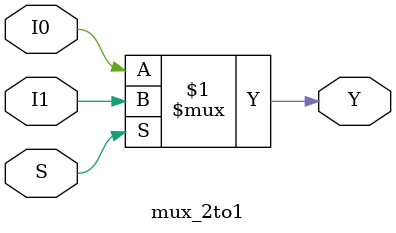
<source format=v>
module mux_2to1 (
    input I0, I1,
    input S,
    output Y
);

    assign Y = S ? I1 : I0;

endmodule

</source>
